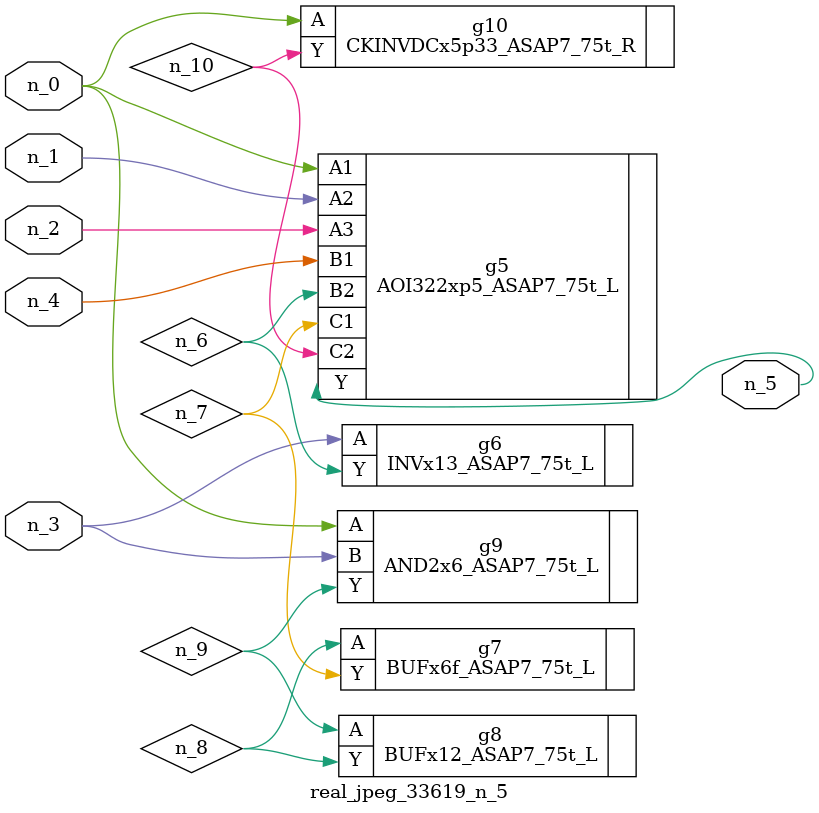
<source format=v>
module real_jpeg_33619_n_5 (n_4, n_0, n_1, n_2, n_3, n_5);

input n_4;
input n_0;
input n_1;
input n_2;
input n_3;

output n_5;

wire n_8;
wire n_6;
wire n_7;
wire n_10;
wire n_9;

AOI322xp5_ASAP7_75t_L g5 ( 
.A1(n_0),
.A2(n_1),
.A3(n_2),
.B1(n_4),
.B2(n_6),
.C1(n_7),
.C2(n_10),
.Y(n_5)
);

AND2x6_ASAP7_75t_L g9 ( 
.A(n_0),
.B(n_3),
.Y(n_9)
);

CKINVDCx5p33_ASAP7_75t_R g10 ( 
.A(n_0),
.Y(n_10)
);

INVx13_ASAP7_75t_L g6 ( 
.A(n_3),
.Y(n_6)
);

BUFx6f_ASAP7_75t_L g7 ( 
.A(n_8),
.Y(n_7)
);

BUFx12_ASAP7_75t_L g8 ( 
.A(n_9),
.Y(n_8)
);


endmodule
</source>
